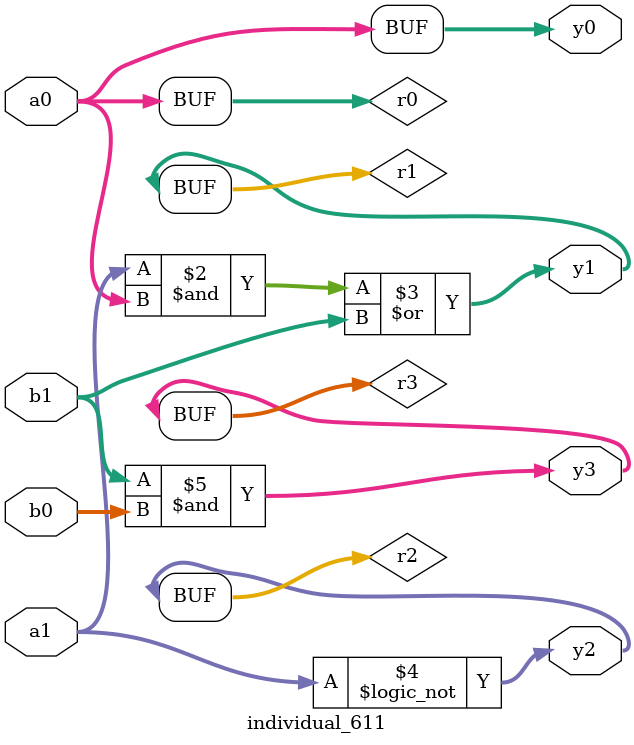
<source format=sv>
module individual_611(input logic [15:0] a1, input logic [15:0] a0, input logic [15:0] b1, input logic [15:0] b0, output logic [15:0] y3, output logic [15:0] y2, output logic [15:0] y1, output logic [15:0] y0);
logic [15:0] r0, r1, r2, r3; 
 always@(*) begin 
	 r0 = a0; r1 = a1; r2 = b0; r3 = b1; 
 	 r1  &=  r0 ;
 	 r1  |=  b1 ;
 	 r2 = ! a1 ;
 	 r3  &=  b0 ;
 	 y3 = r3; y2 = r2; y1 = r1; y0 = r0; 
end
endmodule
</source>
